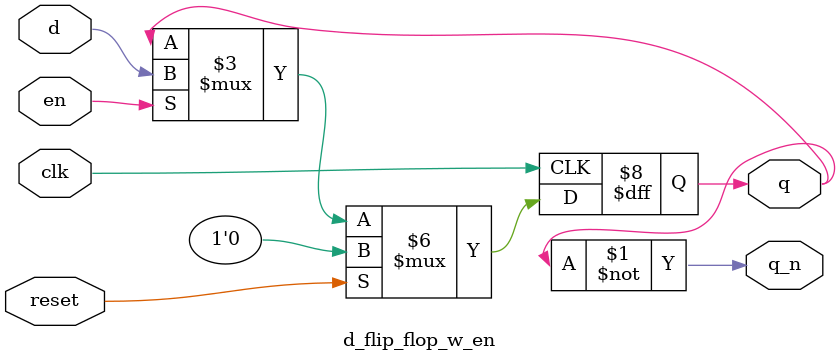
<source format=sv>

module d_flip_flop_w_en
( input  clk
, input  d
, input  en
, input  reset
, output reg q
, output q_n
);
  // --------------------------------------------------------------------
  assign q_n = ~q;

  always_ff @(posedge clk)
    if(reset)
      q <= 0;
    else if(en)
      q <= d;

// --------------------------------------------------------------------
endmodule

</source>
